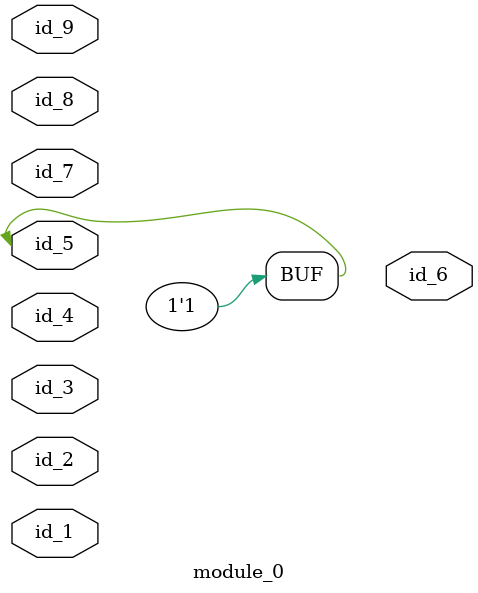
<source format=v>
module module_0 (
    id_1,
    id_2,
    id_3,
    id_4,
    id_5,
    id_6,
    id_7,
    id_8,
    id_9
);
  inout id_9;
  inout id_8;
  input id_7;
  output id_6;
  inout id_5;
  input id_4;
  input id_3;
  inout id_2;
  inout id_1;
  assign id_5 = 1;
endmodule

</source>
